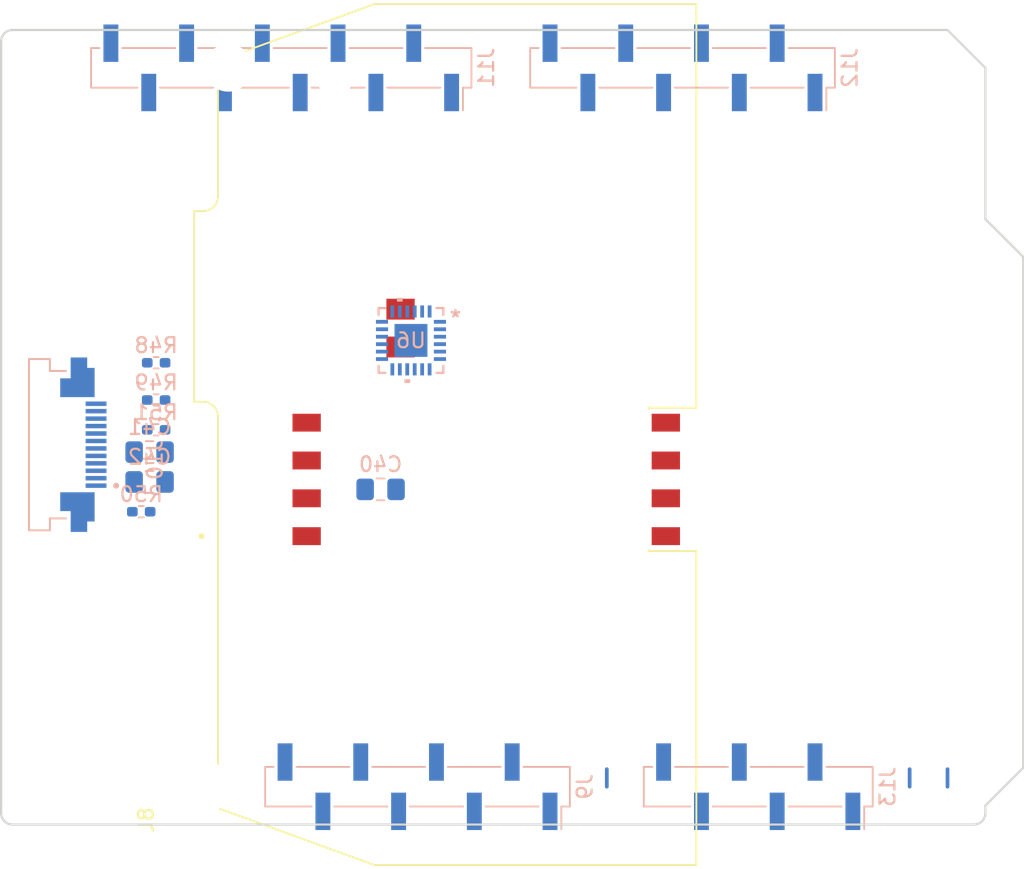
<source format=kicad_pcb>
(kicad_pcb (version 20240108) (generator "pcbnew") (generator_version "8.0")
  (title_block (date "mar. 31 mars 2015"))
  (layers (0 "F.Cu" power) (31 "B.Cu" signal) (34 "B.Paste" user) (35 "F.Paste" user) (36 "B.SilkS" user "B.Silkscreen") (37 "F.SilkS" user "F.Silkscreen") (38 "B.Mask" user) (39 "F.Mask" user) (44 "Edge.Cuts" user))
  (net 0 "")
  (net 1 "GND")
  (net 3 "+5V")
  (net 4 "/A0")
  (net 5 "/A1")
  (net 6 "/A2")
  (net 7 "/A3")
  (net 8 "/SDA{slash}A4")
  (net 9 "/SCL{slash}A5")
  (net 10 "/13")
  (net 11 "/12")
  (net 12 "/AREF")
  (net 13 "/8")
  (net 14 "Net-(J8-I{slash}O)")
  (net 15 "/*11")
  (net 16 "/*10")
  (net 17 "/*9")
  (net 18 "Net-(J8-CLK)")
  (net 19 "Net-(J8-VCC)")
  (net 20 "Net-(J8-RST)")
  (net 21 "Net-(J8-RFU)")
  (net 22 "Net-(J8-RFU__1)")
  (net 24 "/QR_BEEP")
  (net 25 "+3V3")
  (net 40 "VOUT")
  (net 42 "/NRST")
  (net 43 "Net-(J1-I{slash}O)")
  (net 44 "Net-(J1-CLK)")
  (net 45 "Net-(J1-VCC)")
  (net 46 "Net-(J1-RST)")
  (net 47 "Net-(U6-*PRES)")
  (net 48 "Net-(J1-RFU)")
  (net 49 "Net-(J1-RFU__1)")
  (net 51 "/QR_UART_TX")
  (net 55 "Net-(J10-Pad4)")
  (net 57 "/QR_TRIG")
  (net 61 "/QR_UART_RX")
  (footprint "Arduino_MountingHole:MountingHole_3.2mm" (layer "F.Cu") (at 115.24 49.2)
    (property "Reference" "MH1" (hide yes))
    (property "Value" "MountingHole_3.2mm" (hide yes))
    (pad "" np_thru_hole circle (at 0 0) (size 3.2 3.2) (drill 3.2) (layers "*.Cu" "*.Mask"))
  )
  (footprint "7312P0225A13LF:AMPHENOL_7312P0225A13LF" (layer "F.Cu") (at 132.55 73.82 90)
    (property "Reference" "J8" (at -25.875 -22.825 90) (layer "F.SilkS"))
    (property "Value" "7712P0225A25LF")
    (fp_line (start 15 -19.6) (end 15 -19) (stroke (width 0.127)) (layer "F.SilkS"))
    (fp_line (start 2.2 -19.6) (end 15 -19.6) (stroke (width 0.127)) (layer "F.SilkS"))
    (fp_line (start 2.2 -19.6) (end 2.2 -19) (stroke (width 0.127)) (layer "F.SilkS"))
    (fp_line (start 16 -18) (end 25.0783 -18) (stroke (width 0.127)) (layer "F.SilkS"))
    (fp_line (start 1.2 -18) (end -25.0783 -18) (stroke (width 0.127)) (layer "F.SilkS"))
    (fp_line (start 28.9 -7.5) (end 25.0783 -18) (stroke (width 0.127)) (layer "F.SilkS"))
    (fp_line (start -28.9 -7.5) (end -25.0783 -18) (stroke (width 0.127)) (layer "F.SilkS"))
    (fp_line (start -28.9 -7.5) (end -28.9 14.1) (stroke (width 0.127)) (layer "F.SilkS"))
    (fp_line (start 1.72 10.9) (end 1.8 10.9) (stroke (width 0.127)) (layer "F.SilkS"))
    (fp_line (start -7.82 10.9) (end -7.74 10.9) (stroke (width 0.127)) (layer "F.SilkS"))
    (fp_line (start -7.82 10.9) (end -7.82 14.1) (stroke (width 0.127)) (layer "F.SilkS"))
    (fp_line (start 28.9 14.1) (end 28.9 -7.5) (stroke (width 0.127)) (layer "F.SilkS"))
    (fp_line (start 1.8 14.1) (end 1.8 10.9) (stroke (width 0.127)) (layer "F.SilkS"))
    (fp_line (start 1.8 14.1) (end 28.9 14.1) (stroke (width 0.127)) (layer "F.SilkS"))
    (fp_line (start -28.9 14.1) (end -7.82 14.1) (stroke (width 0.127)) (layer "F.SilkS"))
    (fp_arc (start 2.2 -19) (mid 1.907107 -18.292893) (end 1.2 -18) (stroke (width 0.127)) (layer "F.SilkS"))
    (fp_arc (start 16 -18) (mid 15.292893 -18.292893) (end 15 -19) (stroke (width 0.127)) (layer "F.SilkS"))
    (fp_circle (center -6.82 -19.1) (end -6.72 -19.1) (stroke (width 0.2)) (fill none) (layer "F.SilkS"))
    (pad "" np_thru_hole circle (at -20.79 10.16 90) (size 2.2 2.2) (drill 2.2) (layers "*.Cu" "*.Mask"))
    (pad "" np_thru_hole circle (at 23.66 -10.16 90) (size 2.2 2.2) (drill 2.2) (layers "*.Cu" "*.Mask"))
    (pad "C1" smd rect (at -6.82 -12.05 90) (size 1.2 1.9) (layers "F.Cu" "F.Paste" "F.Mask") (net 19 "Net-(J8-VCC)"))
    (pad "C2" smd rect (at -4.28 -12.05 90) (size 1.2 1.9) (layers "F.Cu" "F.Paste" "F.Mask") (net 20 "Net-(J8-RST)"))
    (pad "C3" smd rect (at -1.74 -12.05 90) (size 1.2 1.9) (layers "F.Cu" "F.Paste" "F.Mask") (net 18 "Net-(J8-CLK)"))
    (pad "C4" smd rect (at 0.8 -12.05 90) (size 1.2 1.9) (layers "F.Cu" "F.Paste" "F.Mask") (net 21 "Net-(J8-RFU)"))
    (pad "C5" smd rect (at -6.82 12.05 90) (size 1.2 1.9) (layers "F.Cu" "F.Paste" "F.Mask") (net 1 "GND"))
    (pad "C6" smd rect (at -4.28 12.05 90) (size 1.2 1.9) (layers "F.Cu" "F.Paste" "F.Mask"))
    (pad "C7" smd rect (at -1.74 12.05 90) (size 1.2 1.9) (layers "F.Cu" "F.Paste" "F.Mask") (net 14 "Net-(J8-I{slash}O)"))
    (pad "C8" smd rect (at 0.8 12.05 90) (size 1.2 1.9) (layers "F.Cu" "F.Paste" "F.Mask") (net 22 "Net-(J8-RFU__1)"))
    (pad "COM" smd rect (at 8.42 -5.75 90) (size 1.4 1.9) (layers "F.Cu" "F.Paste" "F.Mask") (net 1 "GND"))
    (pad "NO" smd rect (at 5.88 -5.75 90) (size 1.4 1.9) (layers "F.Cu" "F.Paste" "F.Mask") (net 47 "Net-(U6-*PRES)"))
  )
  (footprint "Arduino_MountingHole:MountingHole_3.2mm" (layer "F.Cu") (at 113.97 97.46)
    (property "Reference" "MH2" (hide yes))
    (property "Value" "MountingHole_3.2mm" (hide yes))
    (pad "" np_thru_hole circle (at 0 0) (size 3.2 3.2) (drill 3.2) (layers "*.Cu" "*.Mask"))
  )
  (footprint "Arduino_MountingHole:MountingHole_3.2mm" (layer "F.Cu") (at 166.04 64.44)
    (property "Reference" "MH3" (hide yes))
    (property "Value" "MountingHole_3.2mm" (hide yes))
    (pad "" np_thru_hole circle (at 0 0) (size 3.2 3.2) (drill 3.2) (layers "*.Cu" "*.Mask"))
  )
  (footprint "Arduino_MountingHole:MountingHole_3.2mm" (layer "F.Cu") (at 166.04 92.38)
    (property "Reference" "MH4" (hide yes))
    (property "Value" "MountingHole_3.2mm" (hide yes))
    (pad "" np_thru_hole circle (at 0 0) (size 3.2 3.2) (drill 3.2) (layers "*.Cu" "*.Mask"))
  )
  (footprint "Connector_PinHeader_2.54mm:PinHeader_1x08_P2.54mm_Vertical_SMD_Pin1Left" (layer "B.Cu") (at 127.94 97.46 90)
    (property "Reference" "J9" (at 0 11.22 90) (layer "B.SilkS") (effects (justify mirror)))
    (property "Value" "~")
    (fp_line (start 1.33 -10.22) (end -1.33 -10.22) (stroke (width 0.12)) (layer "B.SilkS"))
    (fp_line (start 1.33 -10.22) (end 1.33 -9.65) (stroke (width 0.12)) (layer "B.SilkS"))
    (fp_line (start -1.33 -10.22) (end -1.33 -7.11) (stroke (width 0.12)) (layer "B.SilkS"))
    (fp_line (start 1.33 -8.13) (end 1.33 -4.57) (stroke (width 0.12)) (layer "B.SilkS"))
    (fp_line (start -1.33 -5.59) (end -1.33 -2.03) (stroke (width 0.12)) (layer "B.SilkS"))
    (fp_line (start 1.33 -3.05) (end 1.33 0.51) (stroke (width 0.12)) (layer "B.SilkS"))
    (fp_line (start -1.33 -0.51) (end -1.33 3.05) (stroke (width 0.12)) (layer "B.SilkS"))
    (fp_line (start 1.33 2.03) (end 1.33 5.59) (stroke (width 0.12)) (layer "B.SilkS"))
    (fp_line (start -1.33 4.57) (end -1.33 8.13) (stroke (width 0.12)) (layer "B.SilkS"))
    (fp_line (start 1.33 7.11) (end 1.33 10.22) (stroke (width 0.12)) (layer "B.SilkS"))
    (fp_line (start -1.33 9.65) (end -1.33 10.22) (stroke (width 0.12)) (layer "B.SilkS"))
    (fp_line (start -2.85 9.65) (end -1.33 9.65) (stroke (width 0.12)) (layer "B.SilkS"))
    (fp_line (start 1.33 10.22) (end -1.33 10.22) (stroke (width 0.12)) (layer "B.SilkS"))
    (pad "1" smd rect (at -1.655 8.89 90) (size 2.51 1) (layers "B.Cu" "B.Paste" "B.Mask"))
    (pad "2" smd rect (at 1.655 6.35 90) (size 2.51 1) (layers "B.Cu" "B.Paste" "B.Mask"))
    (pad "3" smd rect (at -1.655 3.81 90) (size 2.51 1) (layers "B.Cu" "B.Paste" "B.Mask") (net 42 "/NRST"))
    (pad "4" smd rect (at 1.655 1.27 90) (size 2.51 1) (layers "B.Cu" "B.Paste" "B.Mask") (net 25 "+3V3"))
    (pad "5" smd rect (at -1.655 -1.27 90) (size 2.51 1) (layers "B.Cu" "B.Paste" "B.Mask") (net 3 "+5V"))
    (pad "6" smd rect (at 1.655 -3.81 90) (size 2.51 1) (layers "B.Cu" "B.Paste" "B.Mask") (net 1 "GND"))
    (pad "7" smd rect (at -1.655 -6.35 90) (size 2.51 1) (layers "B.Cu" "B.Paste" "B.Mask") (net 1 "GND"))
    (pad "8" smd rect (at 1.655 -8.89 90) (size 2.51 1) (layers "B.Cu" "B.Paste" "B.Mask") (net 40 "VOUT"))
  )
  (footprint "Connector_PinHeader_2.54mm:PinHeader_1x06_P2.54mm_Vertical_SMD_Pin1Left" (layer "B.Cu") (at 150.8 97.46 90)
    (property "Reference" "J13" (at 0 8.68 90) (layer "B.SilkS") (effects (justify mirror)))
    (property "Value" "~")
    (fp_line (start 1.33 -7.68) (end -1.33 -7.68) (stroke (width 0.12)) (layer "B.SilkS"))
    (fp_line (start 1.33 -7.68) (end 1.33 -7.11) (stroke (width 0.12)) (layer "B.SilkS"))
    (fp_line (start -1.33 -7.68) (end -1.33 -4.57) (stroke (width 0.12)) (layer "B.SilkS"))
    (fp_line (start 1.33 -5.59) (end 1.33 -2.03) (stroke (width 0.12)) (layer "B.SilkS"))
    (fp_line (start -1.33 -3.05) (end -1.33 0.51) (stroke (width 0.12)) (layer "B.SilkS"))
    (fp_line (start 1.33 -0.51) (end 1.33 3.05) (stroke (width 0.12)) (layer "B.SilkS"))
    (fp_line (start -1.33 2.03) (end -1.33 5.59) (stroke (width 0.12)) (layer "B.SilkS"))
    (fp_line (start 1.33 4.57) (end 1.33 7.68) (stroke (width 0.12)) (layer "B.SilkS"))
    (fp_line (start -1.33 7.11) (end -1.33 7.68) (stroke (width 0.12)) (layer "B.SilkS"))
    (fp_line (start -2.85 7.11) (end -1.33 7.11) (stroke (width 0.12)) (layer "B.SilkS"))
    (fp_line (start 1.33 7.68) (end -1.33 7.68) (stroke (width 0.12)) (layer "B.SilkS"))
    (pad "1" smd rect (at -1.655 6.35 90) (size 2.51 1) (layers "B.Cu" "B.Paste" "B.Mask") (net 4 "/A0"))
    (pad "2" smd rect (at 1.655 3.81 90) (size 2.51 1) (layers "B.Cu" "B.Paste" "B.Mask") (net 5 "/A1"))
    (pad "3" smd rect (at -1.655 1.27 90) (size 2.51 1) (layers "B.Cu" "B.Paste" "B.Mask") (net 6 "/A2"))
    (pad "4" smd rect (at 1.655 -1.27 90) (size 2.51 1) (layers "B.Cu" "B.Paste" "B.Mask") (net 7 "/A3"))
    (pad "5" smd rect (at -1.655 -3.81 90) (size 2.51 1) (layers "B.Cu" "B.Paste" "B.Mask") (net 8 "/SDA{slash}A4"))
    (pad "6" smd rect (at 1.655 -6.35 90) (size 2.51 1) (layers "B.Cu" "B.Paste" "B.Mask") (net 9 "/SCL{slash}A5"))
  )
  (footprint "Connector_PinHeader_2.54mm:PinHeader_1x10_P2.54mm_Vertical_SMD_Pin1Left" (layer "B.Cu") (at 118.796 49.2 90)
    (property "Reference" "J11" (at 0 13.76 90) (layer "B.SilkS") (effects (justify mirror)))
    (property "Value" "~")
    (fp_line (start 1.33 -12.76) (end -1.33 -12.76) (stroke (width 0.12)) (layer "B.SilkS"))
    (fp_line (start 1.33 -12.76) (end 1.33 -12.19) (stroke (width 0.12)) (layer "B.SilkS"))
    (fp_line (start -1.33 -12.76) (end -1.33 -9.65) (stroke (width 0.12)) (layer "B.SilkS"))
    (fp_line (start 1.33 -10.67) (end 1.33 -7.11) (stroke (width 0.12)) (layer "B.SilkS"))
    (fp_line (start -1.33 -8.13) (end -1.33 -4.57) (stroke (width 0.12)) (layer "B.SilkS"))
    (fp_line (start 1.33 -5.59) (end 1.33 -2.03) (stroke (width 0.12)) (layer "B.SilkS"))
    (fp_line (start -1.33 -3.05) (end -1.33 0.51) (stroke (width 0.12)) (layer "B.SilkS"))
    (fp_line (start 1.33 -0.51) (end 1.33 3.05) (stroke (width 0.12)) (layer "B.SilkS"))
    (fp_line (start -1.33 2.03) (end -1.33 5.59) (stroke (width 0.12)) (layer "B.SilkS"))
    (fp_line (start 1.33 4.57) (end 1.33 8.13) (stroke (width 0.12)) (layer "B.SilkS"))
    (fp_line (start -1.33 7.11) (end -1.33 10.67) (stroke (width 0.12)) (layer "B.SilkS"))
    (fp_line (start 1.33 9.65) (end 1.33 12.76) (stroke (width 0.12)) (layer "B.SilkS"))
    (fp_line (start -1.33 12.19) (end -1.33 12.76) (stroke (width 0.12)) (layer "B.SilkS"))
    (fp_line (start -2.85 12.19) (end -1.33 12.19) (stroke (width 0.12)) (layer "B.SilkS"))
    (fp_line (start 1.33 12.76) (end -1.33 12.76) (stroke (width 0.12)) (layer "B.SilkS"))
    (pad "1" smd rect (at -1.655 11.43 90) (size 2.51 1) (layers "B.Cu" "B.Paste" "B.Mask") (net 9 "/SCL{slash}A5"))
    (pad "2" smd rect (at 1.655 8.89 90) (size 2.51 1) (layers "B.Cu" "B.Paste" "B.Mask") (net 8 "/SDA{slash}A4"))
    (pad "3" smd rect (at -1.655 6.35 90) (size 2.51 1) (layers "B.Cu" "B.Paste" "B.Mask") (net 12 "/AREF"))
    (pad "4" smd rect (at 1.655 3.81 90) (size 2.51 1) (layers "B.Cu" "B.Paste" "B.Mask") (net 1 "GND"))
    (pad "5" smd rect (at -1.655 1.27 90) (size 2.51 1) (layers "B.Cu" "B.Paste" "B.Mask") (net 10 "/13"))
    (pad "6" smd rect (at 1.655 -1.27 90) (size 2.51 1) (layers "B.Cu" "B.Paste" "B.Mask") (net 11 "/12"))
    (pad "7" smd rect (at -1.655 -3.81 90) (size 2.51 1) (layers "B.Cu" "B.Paste" "B.Mask") (net 15 "/*11"))
    (pad "8" smd rect (at 1.655 -6.35 90) (size 2.51 1) (layers "B.Cu" "B.Paste" "B.Mask") (net 16 "/*10"))
    (pad "9" smd rect (at -1.655 -8.89 90) (size 2.51 1) (layers "B.Cu" "B.Paste" "B.Mask") (net 17 "/*9"))
    (pad "10" smd rect (at 1.655 -11.43 90) (size 2.51 1) (layers "B.Cu" "B.Paste" "B.Mask") (net 13 "/8"))
  )
  (footprint "Connector_PinHeader_2.54mm:PinHeader_1x08_P2.54mm_Vertical_SMD_Pin1Left" (layer "B.Cu") (at 145.72 49.2 90)
    (property "Reference" "J12" (at 0 11.22 90) (layer "B.SilkS") (effects (justify mirror)))
    (property "Value" "~")
    (fp_line (start 1.33 -10.22) (end -1.33 -10.22) (stroke (width 0.12)) (layer "B.SilkS"))
    (fp_line (start 1.33 -10.22) (end 1.33 -9.65) (stroke (width 0.12)) (layer "B.SilkS"))
    (fp_line (start -1.33 -10.22) (end -1.33 -7.11) (stroke (width 0.12)) (layer "B.SilkS"))
    (fp_line (start 1.33 -8.13) (end 1.33 -4.57) (stroke (width 0.12)) (layer "B.SilkS"))
    (fp_line (start -1.33 -5.59) (end -1.33 -2.03) (stroke (width 0.12)) (layer "B.SilkS"))
    (fp_line (start 1.33 -3.05) (end 1.33 0.51) (stroke (width 0.12)) (layer "B.SilkS"))
    (fp_line (start -1.33 -0.51) (end -1.33 3.05) (stroke (width 0.12)) (layer "B.SilkS"))
    (fp_line (start 1.33 2.03) (end 1.33 5.59) (stroke (width 0.12)) (layer "B.SilkS"))
    (fp_line (start -1.33 4.57) (end -1.33 8.13) (stroke (width 0.12)) (layer "B.SilkS"))
    (fp_line (start 1.33 7.11) (end 1.33 10.22) (stroke (width 0.12)) (layer "B.SilkS"))
    (fp_line (start -1.33 9.65) (end -1.33 10.22) (stroke (width 0.12)) (layer "B.SilkS"))
    (fp_line (start -2.85 9.65) (end -1.33 9.65) (stroke (width 0.12)) (layer "B.SilkS"))
    (fp_line (start 1.33 10.22) (end -1.33 10.22) (stroke (width 0.12)) (layer "B.SilkS"))
    (pad "1" smd rect (at -1.655 8.89 90) (size 2.51 1) (layers "B.Cu" "B.Paste" "B.Mask") (net 51 "/QR_UART_TX"))
    (pad "2" smd rect (at 1.655 6.35 90) (size 2.51 1) (layers "B.Cu" "B.Paste" "B.Mask") (net 61 "/QR_UART_RX"))
    (pad "3" smd rect (at -1.655 3.81 90) (size 2.51 1) (layers "B.Cu" "B.Paste" "B.Mask"))
    (pad "4" smd rect (at 1.655 1.27 90) (size 2.51 1) (layers "B.Cu" "B.Paste" "B.Mask"))
    (pad "5" smd rect (at -1.655 -1.27 90) (size 2.51 1) (layers "B.Cu" "B.Paste" "B.Mask"))
    (pad "6" smd rect (at 1.655 -3.81 90) (size 2.51 1) (layers "B.Cu" "B.Paste" "B.Mask"))
    (pad "7" smd rect (at -1.655 -6.35 90) (size 2.51 1) (layers "B.Cu" "B.Paste" "B.Mask"))
    (pad "8" smd rect (at 1.655 -8.89 90) (size 2.51 1) (layers "B.Cu" "B.Paste" "B.Mask"))
  )
  (footprint "Resistor_SMD:R_0402_1005Metric_Pad0.72x0.64mm_HandSolder" (layer "B.Cu") (at 110.4025 69 180)
    (property "Reference" "R48" (at 0 1.17 0) (layer "B.SilkS") (effects (justify mirror)))
    (property "Value" "10k")
    (fp_line (start 0.167621 0.38) (end -0.167621 0.38) (stroke (width 0.12)) (layer "B.SilkS"))
    (fp_line (start 0.167621 -0.38) (end -0.167621 -0.38) (stroke (width 0.12)) (layer "B.SilkS"))
    (pad "1" smd roundrect (at -0.5975 0 180) (size 0.715 0.64) (layers "B.Cu" "B.Paste" "B.Mask") (net 25 "+3V3"))
    (pad "2" smd roundrect (at 0.5975 0 180) (size 0.715 0.64) (layers "B.Cu" "B.Paste" "B.Mask") (net 57 "/QR_TRIG"))
  )
  (footprint "Capacitor_SMD:C_0805_2012Metric_Pad1.18x1.45mm_HandSolder" (layer "B.Cu") (at 109.9625 75 180)
    (property "Reference" "C41" (at 0 1.68 0) (layer "B.SilkS") (effects (justify mirror)))
    (property "Value" "1u")
    (fp_line (start 0.261252 0.735) (end -0.261252 0.735) (stroke (width 0.12)) (layer "B.SilkS"))
    (fp_line (start 0.261252 -0.735) (end -0.261252 -0.735) (stroke (width 0.12)) (layer "B.SilkS"))
    (pad "1" smd roundrect (at -1.0375 0 180) (size 1.175 1.45) (layers "B.Cu" "B.Paste" "B.Mask") (roundrect_rratio 0.212766) (net 25 "+3V3"))
    (pad "2" smd roundrect (at 1.0375 0 180) (size 1.175 1.45) (layers "B.Cu" "B.Paste" "B.Mask") (roundrect_rratio 0.212766) (net 1 "GND"))
  )
  (footprint "Capacitor_SMD:C_0805_2012Metric_Pad1.18x1.45mm_HandSolder" (layer "B.Cu") (at 125.4625 77.5 180)
    (property "Reference" "C40" (at 0 1.68 0) (layer "B.SilkS") (effects (justify mirror)))
    (property "Value" "22u")
    (fp_line (start 0.261252 0.735) (end -0.261252 0.735) (stroke (width 0.12)) (layer "B.SilkS"))
    (fp_line (start 0.261252 -0.735) (end -0.261252 -0.735) (stroke (width 0.12)) (layer "B.SilkS"))
    (pad "1" smd roundrect (at -1.0375 0 180) (size 1.175 1.45) (layers "B.Cu" "B.Paste" "B.Mask") (roundrect_rratio 0.212766) (net 40 "VOUT"))
    (pad "2" smd roundrect (at 1.0375 0 180) (size 1.175 1.45) (layers "B.Cu" "B.Paste" "B.Mask") (roundrect_rratio 0.212766) (net 1 "GND"))
  )
  (footprint "Library:AMPHENOL_SFV12R-2STE1HLF" (layer "B.Cu") (at 103.97 74.5 90)
    (property "Reference" "J10" (at -1.04 6.35 90) (layer "B.SilkS") (effects (justify mirror)))
    (property "Value" "SFV12R-2STE1HLF")
    (fp_line (start 5.75 -2.1) (end -5.75 -2.1) (stroke (width 0.127)) (layer "B.SilkS"))
    (fp_line (start -5.75 -2.1) (end -5.75 -0.7) (stroke (width 0.127)) (layer "B.SilkS"))
    (fp_line (start 5.75 -0.7) (end 5.75 -2.1) (stroke (width 0.127)) (layer "B.SilkS"))
    (fp_line (start 4.95 -0.7) (end 5.75 -0.7) (stroke (width 0.127)) (layer "B.SilkS"))
    (fp_line (start -4.95 -0.7) (end -4.95 0.38) (stroke (width 0.127)) (layer "B.SilkS"))
    (fp_line (start -5.75 -0.7) (end -4.95 -0.7) (stroke (width 0.127)) (layer "B.SilkS"))
    (fp_line (start 4.95 0.38) (end 4.95 -0.7) (stroke (width 0.127)) (layer "B.SilkS"))
    (fp_circle (center -2.75 3.75) (end -2.65 3.75) (stroke (width 0.2)) (fill none) (layer "B.SilkS"))
    (pad "1" smd rect (at -2.75 2.4 90) (size 0.3 1.4) (layers "B.Cu" "B.Paste" "B.Mask"))
    (pad "2" smd rect (at -2.25 2.4 90) (size 0.3 1.4) (layers "B.Cu" "B.Paste" "B.Mask") (net 25 "+3V3"))
    (pad "3" smd rect (at -1.75 2.4 90) (size 0.3 1.4) (layers "B.Cu" "B.Paste" "B.Mask") (net 1 "GND"))
    (pad "4" smd rect (at -1.25 2.4 90) (size 0.3 1.4) (layers "B.Cu" "B.Paste" "B.Mask") (net 55 "Net-(J10-Pad4)"))
    (pad "5" smd rect (at -0.75 2.4 90) (size 0.3 1.4) (layers "B.Cu" "B.Paste" "B.Mask") (net 51 "/QR_UART_TX"))
    (pad "6" smd rect (at -0.25 2.4 90) (size 0.3 1.4) (layers "B.Cu" "B.Paste" "B.Mask"))
    (pad "7" smd rect (at 0.25 2.4 90) (size 0.3 1.4) (layers "B.Cu" "B.Paste" "B.Mask"))
    (pad "8" smd rect (at 0.75 2.4 90) (size 0.3 1.4) (layers "B.Cu" "B.Paste" "B.Mask"))
    (pad "9" smd rect (at 1.25 2.4 90) (size 0.3 1.4) (layers "B.Cu" "B.Paste" "B.Mask") (net 24 "/QR_BEEP"))
    (pad "10" smd rect (at 1.75 2.4 90) (size 0.3 1.4) (layers "B.Cu" "B.Paste" "B.Mask") (net 57 "/QR_TRIG"))
    (pad "11" smd rect (at 2.25 2.4 90) (size 0.3 1.4) (layers "B.Cu" "B.Paste" "B.Mask"))
    (pad "12" smd rect (at 2.75 2.4 90) (size 0.3 1.4) (layers "B.Cu" "B.Paste" "B.Mask"))
    (pad "S1" smd custom (at -4.12 1.53 90) (size 1 1) (layers "B.Cu") (options (clearance outline) (anchor rect)) (primitives (gr_poly (pts (xy -1.03 0.77) (xy 0.92 0.77) (xy 0.92 -1.53) (xy -0.33 -1.53) (xy -0.33 -0.83) (xy -1.73 -0.83) (xy -1.73 0.27) (xy -1.03 0.27)) (width 0.01) (fill yes))))
    (pad "S2" smd custom (at 4.12 1.53 90) (size 1 1) (layers "B.Cu") (options (clearance outline) (anchor rect)) (primitives (gr_poly (pts (xy 1.03 0.77) (xy -0.92 0.77) (xy -0.92 -1.53) (xy 0.33 -1.53) (xy 0.33 -0.83) (xy 1.73 -0.83) (xy 1.73 0.27) (xy 1.03 0.27)) (width 0.01) (fill yes))))
  )
  (footprint "Resistor_SMD:R_0402_1005Metric_Pad0.72x0.64mm_HandSolder" (layer "B.Cu") (at 110.4025 71.5 180)
    (property "Reference" "R49" (at 0 1.17 0) (layer "B.SilkS") (effects (justify mirror)))
    (property "Value" "10k")
    (fp_line (start 0.167621 0.38) (end -0.167621 0.38) (stroke (width 0.12)) (layer "B.SilkS"))
    (fp_line (start 0.167621 -0.38) (end -0.167621 -0.38) (stroke (width 0.12)) (layer "B.SilkS"))
    (pad "1" smd roundrect (at -0.5975 0 180) (size 0.715 0.64) (layers "B.Cu" "B.Paste" "B.Mask") (net 25 "+3V3"))
    (pad "2" smd roundrect (at 0.5975 0 180) (size 0.715 0.64) (layers "B.Cu" "B.Paste" "B.Mask") (net 51 "/QR_UART_TX"))
  )
  (footprint "Capacitor_SMD:C_0805_2012Metric_Pad1.18x1.45mm_HandSolder" (layer "B.Cu") (at 109.9625 77 180)
    (property "Reference" "C42" (at 0 1.68 0) (layer "B.SilkS") (effects (justify mirror)))
    (property "Value" "22u")
    (fp_line (start 0.261252 0.735) (end -0.261252 0.735) (stroke (width 0.12)) (layer "B.SilkS"))
    (fp_line (start 0.261252 -0.735) (end -0.261252 -0.735) (stroke (width 0.12)) (layer "B.SilkS"))
    (pad "1" smd roundrect (at -1.0375 0 180) (size 1.175 1.45) (layers "B.Cu" "B.Paste" "B.Mask") (roundrect_rratio 0.212766) (net 25 "+3V3"))
    (pad "2" smd roundrect (at 1.0375 0 180) (size 1.175 1.45) (layers "B.Cu" "B.Paste" "B.Mask") (roundrect_rratio 0.212766) (net 1 "GND"))
  )
  (footprint "footprints:QFN24_4x4x0.8_STM" (layer "B.Cu") (at 127.5 67.5 180)
    (property "Reference" "U6" (at 0 0 0) (layer "B.SilkS") (effects (justify mirror)))
    (property "Value" "ST8034HNQR")
    (fp_line (start 2.1717 2.1717) (end 2.1717 1.70974) (stroke (width 0.1524)) (layer "B.SilkS"))
    (fp_line (start 2.1717 -1.70974) (end 2.1717 -2.1717) (stroke (width 0.1524)) (layer "B.SilkS"))
    (fp_line (start 2.1717 -2.1717) (end 1.70974 -2.1717) (stroke (width 0.1524)) (layer "B.SilkS"))
    (fp_line (start 1.70974 2.1717) (end 2.1717 2.1717) (stroke (width 0.1524)) (layer "B.SilkS"))
    (fp_line (start -1.70974 -2.1717) (end -2.1717 -2.1717) (stroke (width 0.1524)) (layer "B.SilkS"))
    (fp_line (start -2.1717 2.1717) (end -1.70974 2.1717) (stroke (width 0.1524)) (layer "B.SilkS"))
    (fp_line (start -2.1717 1.70974) (end -2.1717 2.1717) (stroke (width 0.1524)) (layer "B.SilkS"))
    (fp_line (start -2.1717 -2.1717) (end -2.1717 -1.70974) (stroke (width 0.1524)) (layer "B.SilkS"))
    (fp_poly (pts (xy 0.559501 2.6035) (xy 0.559501 2.8575) (xy 0.940501 2.8575) (xy 0.940501 2.6035)) (fill solid) (layer "B.SilkS"))
    (fp_poly (pts (xy 0.059499 -2.6035) (xy 0.059499 -2.8575) (xy 0.4405 -2.8575) (xy 0.4405 -2.6035)) (fill solid) (layer "B.SilkS"))
    (fp_text user "*" (at -2.9845 1.5 0) (layer "B.SilkS") (effects (justify mirror)))
    (fp_text user "*" (at -2.9845 1.5 0) (layer "B.SilkS") (effects (justify mirror)))
    (pad "1" smd rect (at -1.9431 1.25 90) (size 0.254 0.8128) (layers "B.Cu" "B.Paste" "B.Mask"))
    (pad "2" smd rect (at -1.9431 0.750001 90) (size 0.254 0.8128) (layers "B.Cu" "B.Paste" "B.Mask"))
    (pad "3" smd rect (at -1.9431 0.25 90) (size 0.254 0.8128) (layers "B.Cu" "B.Paste" "B.Mask"))
    (pad "4" smd rect (at -1.9431 -0.25 90) (size 0.254 0.8128) (layers "B.Cu" "B.Paste" "B.Mask"))
    (pad "5" smd rect (at -1.9431 -0.750001 90) (size 0.254 0.8128) (layers "B.Cu" "B.Paste" "B.Mask"))
    (pad "6" smd rect (at -1.9431 -1.25 90) (size 0.254 0.8128) (layers "B.Cu" "B.Paste" "B.Mask"))
    (pad "7" smd rect (at -1.25 -1.9431 180) (size 0.254 0.8128) (layers "B.Cu" "B.Paste" "B.Mask"))
    (pad "8" smd rect (at -0.750001 -1.9431 180) (size 0.254 0.8128) (layers "B.Cu" "B.Paste" "B.Mask") (net 47 "Net-(U6-*PRES)"))
    (pad "9" smd rect (at -0.25 -1.9431 180) (size 0.254 0.8128) (layers "B.Cu" "B.Paste" "B.Mask") (net 43 "Net-(J1-I{slash}O)"))
    (pad "10" smd rect (at 0.25 -1.9431 180) (size 0.254 0.8128) (layers "B.Cu" "B.Paste" "B.Mask") (net 48 "Net-(J1-RFU)"))
    (pad "11" smd rect (at 0.750001 -1.9431 180) (size 0.254 0.8128) (layers "B.Cu" "B.Paste" "B.Mask") (net 49 "Net-(J1-RFU__1)"))
    (pad "12" smd rect (at 1.25 -1.9431 180) (size 0.254 0.8128) (layers "B.Cu" "B.Paste" "B.Mask") (net 1 "GND"))
    (pad "13" smd rect (at 1.9431 -1.25 90) (size 0.254 0.8128) (layers "B.Cu" "B.Paste" "B.Mask") (net 44 "Net-(J1-CLK)"))
    (pad "14" smd rect (at 1.9431 -0.750001 90) (size 0.254 0.8128) (layers "B.Cu" "B.Paste" "B.Mask") (net 46 "Net-(J1-RST)"))
    (pad "15" smd rect (at 1.9431 -0.25 90) (size 0.254 0.8128) (layers "B.Cu" "B.Paste" "B.Mask") (net 45 "Net-(J1-VCC)"))
    (pad "16" smd rect (at 1.9431 0.25 90) (size 0.254 0.8128) (layers "B.Cu" "B.Paste" "B.Mask") (net 3 "+5V"))
    (pad "17" smd rect (at 1.9431 0.750001 90) (size 0.254 0.8128) (layers "B.Cu" "B.Paste" "B.Mask") (net 25 "+3V3"))
    (pad "18" smd rect (at 1.9431 1.25 90) (size 0.254 0.8128) (layers "B.Cu" "B.Paste" "B.Mask"))
    (pad "19" smd rect (at 1.25 1.9431 180) (size 0.254 0.8128) (layers "B.Cu" "B.Paste" "B.Mask"))
    (pad "20" smd rect (at 0.750001 1.9431 180) (size 0.254 0.8128) (layers "B.Cu" "B.Paste" "B.Mask"))
    (pad "21" smd rect (at 0.25 1.9431 180) (size 0.254 0.8128) (layers "B.Cu" "B.Paste" "B.Mask"))
    (pad "22" smd rect (at -0.25 1.9431 180) (size 0.254 0.8128) (layers "B.Cu" "B.Paste" "B.Mask"))
    (pad "23" smd rect (at -0.750001 1.9431 180) (size 0.254 0.8128) (layers "B.Cu" "B.Paste" "B.Mask"))
    (pad "24" smd rect (at -1.25 1.9431 180) (size 0.254 0.8128) (layers "B.Cu" "B.Paste" "B.Mask"))
    (pad "25" smd rect (at 0 0 180) (size 2.2098 2.2098) (layers "B.Cu" "B.Paste" "B.Mask") (net 1 "GND"))
  )
  (footprint "Resistor_SMD:R_0402_1005Metric_Pad0.72x0.64mm_HandSolder" (layer "B.Cu") (at 109.4025 79 180)
    (property "Reference" "R50" (at 0 1.17 0) (layer "B.SilkS") (effects (justify mirror)))
    (property "Value" "10k")
    (fp_line (start 0.167621 0.38) (end -0.167621 0.38) (stroke (width 0.12)) (layer "B.SilkS"))
    (fp_line (start 0.167621 -0.38) (end -0.167621 -0.38) (stroke (width 0.12)) (layer "B.SilkS"))
    (pad "1" smd roundrect (at -0.5975 0 180) (size 0.715 0.64) (layers "B.Cu" "B.Paste" "B.Mask") (net 25 "+3V3"))
    (pad "2" smd roundrect (at 0.5975 0 180) (size 0.715 0.64) (layers "B.Cu" "B.Paste" "B.Mask") (net 55 "Net-(J10-Pad4)"))
  )
  (footprint "Resistor_SMD:R_0402_1005Metric_Pad0.72x0.64mm_HandSolder" (layer "B.Cu") (at 110.4025 73.5 180)
    (property "Reference" "R51" (at 0 1.17 0) (layer "B.SilkS") (effects (justify mirror)))
    (property "Value" "200R")
    (fp_line (start 0.167621 0.38) (end -0.167621 0.38) (stroke (width 0.12)) (layer "B.SilkS"))
    (fp_line (start 0.167621 -0.38) (end -0.167621 -0.38) (stroke (width 0.12)) (layer "B.SilkS"))
    (pad "1" smd roundrect (at -0.5975 0 180) (size 0.715 0.64) (layers "B.Cu" "B.Paste" "B.Mask") (net 61 "/QR_UART_RX"))
    (pad "2" smd roundrect (at 0.5975 0 180) (size 0.715 0.64) (layers "B.Cu" "B.Paste" "B.Mask") (net 55 "Net-(J10-Pad4)"))
  )
  (gr_line (start 166.04 59.36) (end 168.58 61.9) (stroke (width 0.15)) (layer "Edge.Cuts"))
  (gr_line (start 100 99.238) (end 100 47.422) (stroke (width 0.15)) (layer "Edge.Cuts"))
  (gr_line (start 168.58 61.9) (end 168.58 96.19) (stroke (width 0.15)) (layer "Edge.Cuts"))
  (gr_line (start 165.278 100) (end 100.762 100) (stroke (width 0.15)) (layer "Edge.Cuts"))
  (gr_line (start 100.762 46.66) (end 163.5 46.66) (stroke (width 0.15)) (layer "Edge.Cuts"))
  (gr_arc (start 100.762 100) (mid 100.223185 99.776815) (end 100 99.238) (stroke (width 0.15)) (layer "Edge.Cuts"))
  (gr_line (start 168.58 96.19) (end 166.04 98.73) (stroke (width 0.15)) (layer "Edge.Cuts"))
  (gr_line (start 163.5 46.66) (end 166.04 49.2) (stroke (width 0.15)) (layer "Edge.Cuts"))
  (gr_arc (start 166.04 99.238) (mid 165.816815 99.776815) (end 165.278 100) (stroke (width 0.15)) (layer "Edge.Cuts"))
  (gr_line (start 166.04 49.2) (end 166.04 59.36) (stroke (width 0.15)) (layer "Edge.Cuts"))
  (gr_line (start 166.04 98.73) (end 166.04 99.238) (stroke (width 0.15)) (layer "Edge.Cuts"))
  (gr_arc (start 100 47.422) (mid 100.223185 46.883185) (end 100.762 46.66) (stroke (width 0.15)) (layer "Edge.Cuts"))
  (segment (start 140.64 97.46) (end 140.64 96.2833) (width 0.25) (layer "B.Cu") (net 1))
  (segment (start 160.96 96.2833) (end 160.96 97.46) (width 0.25) (layer "B.Cu") (net 8))
  (segment (start 163.5 97.46) (end 163.5 96.2833) (width 0.25) (layer "B.Cu") (net 9))
)
</source>
